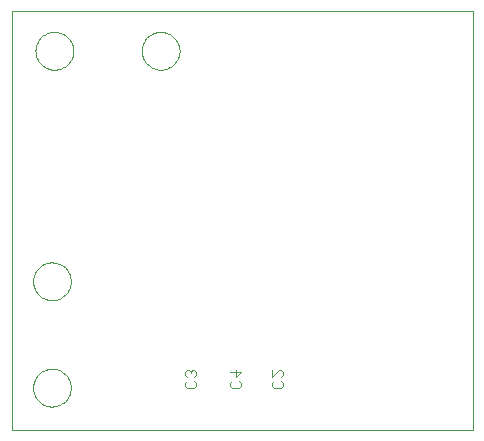
<source format=gbo>
G75*
%MOIN*%
%OFA0B0*%
%FSLAX24Y24*%
%IPPOS*%
%LPD*%
%AMOC8*
5,1,8,0,0,1.08239X$1,22.5*
%
%ADD10C,0.0000*%
%ADD11C,0.0030*%
D10*
X002583Y000180D02*
X002583Y014176D01*
X017953Y014176D01*
X017953Y000180D01*
X002583Y000180D01*
X003300Y001608D02*
X003302Y001658D01*
X003308Y001708D01*
X003318Y001757D01*
X003332Y001805D01*
X003349Y001852D01*
X003370Y001897D01*
X003395Y001941D01*
X003423Y001982D01*
X003455Y002021D01*
X003489Y002058D01*
X003526Y002092D01*
X003566Y002122D01*
X003608Y002149D01*
X003652Y002173D01*
X003698Y002194D01*
X003745Y002210D01*
X003793Y002223D01*
X003843Y002232D01*
X003892Y002237D01*
X003943Y002238D01*
X003993Y002235D01*
X004042Y002228D01*
X004091Y002217D01*
X004139Y002202D01*
X004185Y002184D01*
X004230Y002162D01*
X004273Y002136D01*
X004314Y002107D01*
X004353Y002075D01*
X004389Y002040D01*
X004421Y002002D01*
X004451Y001962D01*
X004478Y001919D01*
X004501Y001875D01*
X004520Y001829D01*
X004536Y001781D01*
X004548Y001732D01*
X004556Y001683D01*
X004560Y001633D01*
X004560Y001583D01*
X004556Y001533D01*
X004548Y001484D01*
X004536Y001435D01*
X004520Y001387D01*
X004501Y001341D01*
X004478Y001297D01*
X004451Y001254D01*
X004421Y001214D01*
X004389Y001176D01*
X004353Y001141D01*
X004314Y001109D01*
X004273Y001080D01*
X004230Y001054D01*
X004185Y001032D01*
X004139Y001014D01*
X004091Y000999D01*
X004042Y000988D01*
X003993Y000981D01*
X003943Y000978D01*
X003892Y000979D01*
X003843Y000984D01*
X003793Y000993D01*
X003745Y001006D01*
X003698Y001022D01*
X003652Y001043D01*
X003608Y001067D01*
X003566Y001094D01*
X003526Y001124D01*
X003489Y001158D01*
X003455Y001195D01*
X003423Y001234D01*
X003395Y001275D01*
X003370Y001319D01*
X003349Y001364D01*
X003332Y001411D01*
X003318Y001459D01*
X003308Y001508D01*
X003302Y001558D01*
X003300Y001608D01*
X003300Y005152D02*
X003302Y005202D01*
X003308Y005252D01*
X003318Y005301D01*
X003332Y005349D01*
X003349Y005396D01*
X003370Y005441D01*
X003395Y005485D01*
X003423Y005526D01*
X003455Y005565D01*
X003489Y005602D01*
X003526Y005636D01*
X003566Y005666D01*
X003608Y005693D01*
X003652Y005717D01*
X003698Y005738D01*
X003745Y005754D01*
X003793Y005767D01*
X003843Y005776D01*
X003892Y005781D01*
X003943Y005782D01*
X003993Y005779D01*
X004042Y005772D01*
X004091Y005761D01*
X004139Y005746D01*
X004185Y005728D01*
X004230Y005706D01*
X004273Y005680D01*
X004314Y005651D01*
X004353Y005619D01*
X004389Y005584D01*
X004421Y005546D01*
X004451Y005506D01*
X004478Y005463D01*
X004501Y005419D01*
X004520Y005373D01*
X004536Y005325D01*
X004548Y005276D01*
X004556Y005227D01*
X004560Y005177D01*
X004560Y005127D01*
X004556Y005077D01*
X004548Y005028D01*
X004536Y004979D01*
X004520Y004931D01*
X004501Y004885D01*
X004478Y004841D01*
X004451Y004798D01*
X004421Y004758D01*
X004389Y004720D01*
X004353Y004685D01*
X004314Y004653D01*
X004273Y004624D01*
X004230Y004598D01*
X004185Y004576D01*
X004139Y004558D01*
X004091Y004543D01*
X004042Y004532D01*
X003993Y004525D01*
X003943Y004522D01*
X003892Y004523D01*
X003843Y004528D01*
X003793Y004537D01*
X003745Y004550D01*
X003698Y004566D01*
X003652Y004587D01*
X003608Y004611D01*
X003566Y004638D01*
X003526Y004668D01*
X003489Y004702D01*
X003455Y004739D01*
X003423Y004778D01*
X003395Y004819D01*
X003370Y004863D01*
X003349Y004908D01*
X003332Y004955D01*
X003318Y005003D01*
X003308Y005052D01*
X003302Y005102D01*
X003300Y005152D01*
X003381Y012834D02*
X003383Y012884D01*
X003389Y012934D01*
X003399Y012983D01*
X003413Y013031D01*
X003430Y013078D01*
X003451Y013123D01*
X003476Y013167D01*
X003504Y013208D01*
X003536Y013247D01*
X003570Y013284D01*
X003607Y013318D01*
X003647Y013348D01*
X003689Y013375D01*
X003733Y013399D01*
X003779Y013420D01*
X003826Y013436D01*
X003874Y013449D01*
X003924Y013458D01*
X003973Y013463D01*
X004024Y013464D01*
X004074Y013461D01*
X004123Y013454D01*
X004172Y013443D01*
X004220Y013428D01*
X004266Y013410D01*
X004311Y013388D01*
X004354Y013362D01*
X004395Y013333D01*
X004434Y013301D01*
X004470Y013266D01*
X004502Y013228D01*
X004532Y013188D01*
X004559Y013145D01*
X004582Y013101D01*
X004601Y013055D01*
X004617Y013007D01*
X004629Y012958D01*
X004637Y012909D01*
X004641Y012859D01*
X004641Y012809D01*
X004637Y012759D01*
X004629Y012710D01*
X004617Y012661D01*
X004601Y012613D01*
X004582Y012567D01*
X004559Y012523D01*
X004532Y012480D01*
X004502Y012440D01*
X004470Y012402D01*
X004434Y012367D01*
X004395Y012335D01*
X004354Y012306D01*
X004311Y012280D01*
X004266Y012258D01*
X004220Y012240D01*
X004172Y012225D01*
X004123Y012214D01*
X004074Y012207D01*
X004024Y012204D01*
X003973Y012205D01*
X003924Y012210D01*
X003874Y012219D01*
X003826Y012232D01*
X003779Y012248D01*
X003733Y012269D01*
X003689Y012293D01*
X003647Y012320D01*
X003607Y012350D01*
X003570Y012384D01*
X003536Y012421D01*
X003504Y012460D01*
X003476Y012501D01*
X003451Y012545D01*
X003430Y012590D01*
X003413Y012637D01*
X003399Y012685D01*
X003389Y012734D01*
X003383Y012784D01*
X003381Y012834D01*
X006925Y012834D02*
X006927Y012884D01*
X006933Y012934D01*
X006943Y012983D01*
X006957Y013031D01*
X006974Y013078D01*
X006995Y013123D01*
X007020Y013167D01*
X007048Y013208D01*
X007080Y013247D01*
X007114Y013284D01*
X007151Y013318D01*
X007191Y013348D01*
X007233Y013375D01*
X007277Y013399D01*
X007323Y013420D01*
X007370Y013436D01*
X007418Y013449D01*
X007468Y013458D01*
X007517Y013463D01*
X007568Y013464D01*
X007618Y013461D01*
X007667Y013454D01*
X007716Y013443D01*
X007764Y013428D01*
X007810Y013410D01*
X007855Y013388D01*
X007898Y013362D01*
X007939Y013333D01*
X007978Y013301D01*
X008014Y013266D01*
X008046Y013228D01*
X008076Y013188D01*
X008103Y013145D01*
X008126Y013101D01*
X008145Y013055D01*
X008161Y013007D01*
X008173Y012958D01*
X008181Y012909D01*
X008185Y012859D01*
X008185Y012809D01*
X008181Y012759D01*
X008173Y012710D01*
X008161Y012661D01*
X008145Y012613D01*
X008126Y012567D01*
X008103Y012523D01*
X008076Y012480D01*
X008046Y012440D01*
X008014Y012402D01*
X007978Y012367D01*
X007939Y012335D01*
X007898Y012306D01*
X007855Y012280D01*
X007810Y012258D01*
X007764Y012240D01*
X007716Y012225D01*
X007667Y012214D01*
X007618Y012207D01*
X007568Y012204D01*
X007517Y012205D01*
X007468Y012210D01*
X007418Y012219D01*
X007370Y012232D01*
X007323Y012248D01*
X007277Y012269D01*
X007233Y012293D01*
X007191Y012320D01*
X007151Y012350D01*
X007114Y012384D01*
X007080Y012421D01*
X007048Y012460D01*
X007020Y012501D01*
X006995Y012545D01*
X006974Y012590D01*
X006957Y012637D01*
X006943Y012685D01*
X006933Y012734D01*
X006927Y012784D01*
X006925Y012834D01*
D11*
X008427Y002203D02*
X008365Y002142D01*
X008365Y002018D01*
X008427Y001957D01*
X008427Y001835D02*
X008365Y001773D01*
X008365Y001650D01*
X008427Y001588D01*
X008674Y001588D01*
X008735Y001650D01*
X008735Y001773D01*
X008674Y001835D01*
X008674Y001957D02*
X008735Y002018D01*
X008735Y002142D01*
X008674Y002203D01*
X008612Y002203D01*
X008550Y002142D01*
X008488Y002203D01*
X008427Y002203D01*
X008550Y002142D02*
X008550Y002080D01*
X009865Y002142D02*
X010235Y002142D01*
X010050Y001957D01*
X010050Y002203D01*
X009927Y001835D02*
X009865Y001773D01*
X009865Y001650D01*
X009927Y001588D01*
X010174Y001588D01*
X010235Y001650D01*
X010235Y001773D01*
X010174Y001835D01*
X011265Y001773D02*
X011265Y001650D01*
X011327Y001588D01*
X011574Y001588D01*
X011635Y001650D01*
X011635Y001773D01*
X011574Y001835D01*
X011574Y001957D02*
X011635Y002018D01*
X011635Y002142D01*
X011574Y002203D01*
X011512Y002203D01*
X011265Y001957D01*
X011265Y002203D01*
X011327Y001835D02*
X011265Y001773D01*
M02*

</source>
